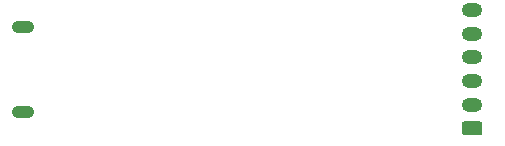
<source format=gbr>
G04 #@! TF.GenerationSoftware,KiCad,Pcbnew,(5.1.10)-1*
G04 #@! TF.CreationDate,2021-07-09T15:56:30+09:00*
G04 #@! TF.ProjectId,esp_flasher,6573705f-666c-4617-9368-65722e6b6963,rev?*
G04 #@! TF.SameCoordinates,Original*
G04 #@! TF.FileFunction,Soldermask,Bot*
G04 #@! TF.FilePolarity,Negative*
%FSLAX46Y46*%
G04 Gerber Fmt 4.6, Leading zero omitted, Abs format (unit mm)*
G04 Created by KiCad (PCBNEW (5.1.10)-1) date 2021-07-09 15:56:30*
%MOMM*%
%LPD*%
G01*
G04 APERTURE LIST*
%ADD10O,1.900000X1.050000*%
%ADD11O,1.750000X1.200000*%
G04 APERTURE END LIST*
D10*
X1500000Y-13575000D03*
X1500000Y-6425000D03*
D11*
X39500000Y-5000000D03*
X39500000Y-7000000D03*
X39500000Y-9000000D03*
X39500000Y-11000000D03*
X39500000Y-13000000D03*
G36*
G01*
X40125001Y-15600000D02*
X38874999Y-15600000D01*
G75*
G02*
X38625000Y-15350001I0J249999D01*
G01*
X38625000Y-14649999D01*
G75*
G02*
X38874999Y-14400000I249999J0D01*
G01*
X40125001Y-14400000D01*
G75*
G02*
X40375000Y-14649999I0J-249999D01*
G01*
X40375000Y-15350001D01*
G75*
G02*
X40125001Y-15600000I-249999J0D01*
G01*
G37*
M02*

</source>
